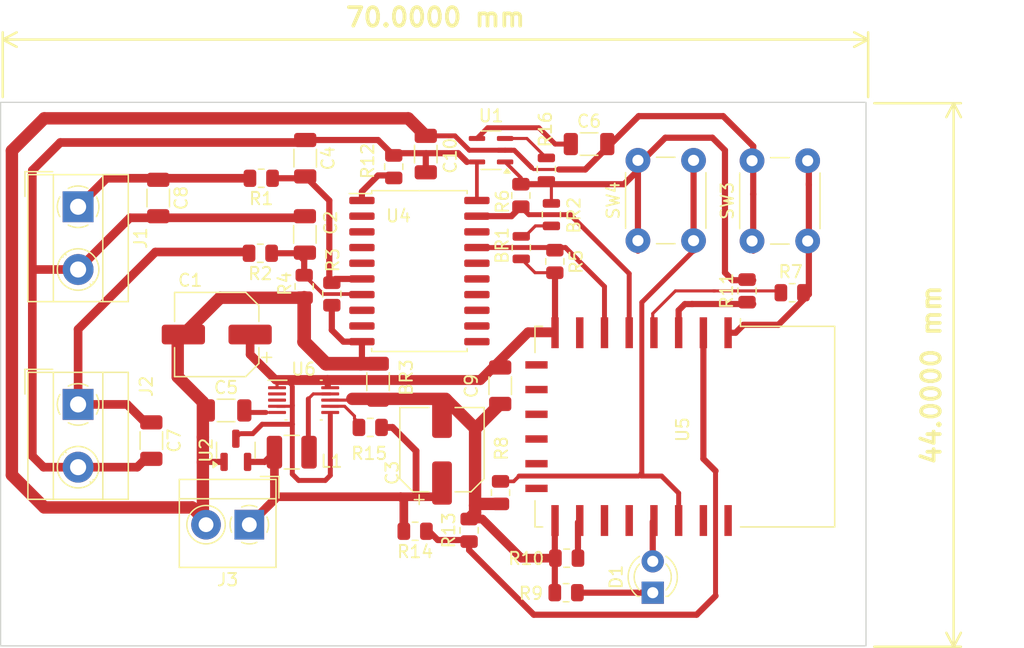
<source format=kicad_pcb>
(kicad_pcb (version 20240108) (generator "pcbnew") (generator_version "8.0")
  (layers (0 "F.Cu" signal) (31 "B.Cu" signal) (34 "B.Paste" user) (35 "F.Paste" user) (36 "B.SilkS" user "B.Silkscreen") (37 "F.SilkS" user "F.Silkscreen") (38 "B.Mask" user) (39 "F.Mask" user) (44 "Edge.Cuts" user))
  (net 0 "")
  (net 1 "+3.3V")
  (net 2 "GND")
  (net 3 "Net-(U4-PD3)")
  (net 4 "Net-(J3-Pin_1)")
  (net 5 "Net-(U4-PD2)")
  (net 6 "Net-(D1-K)")
  (net 7 "Net-(D1-A)")
  (net 8 "Net-(J1-Pin_1)")
  (net 9 "Net-(J2-Pin_1)")
  (net 10 "Net-(U4-PB5)")
  (net 11 "Net-(U4-PB7)")
  (net 12 "Net-(U5-GPIO16)")
  (net 13 "Net-(U5-GPIO5)")
  (net 14 "Net-(U5-GPIO15)")
  (net 15 "Net-(U5-EN)")
  (net 16 "Net-(U4-PA2{slash}~{RESET})")
  (net 17 "Net-(U5-ADC)")
  (net 39 "Net-(U6-REF)")
  (net 41 "Net-(U6-LX)")
  (net 42 "Net-(U6-BATT)")
  (net 43 "Net-(U5-~{RST})")
  (net 45 "Net-(U1-BYP)")
  (net 46 "Net-(J1-Pin_2)")
  (net 47 "Net-(U1-INH)")
  (footprint "Button_Switch_THT:SW_PUSH_6mm" (layer "F.Cu") (at 201.5744 78.9662 90)
    (property "Reference" "SW3" (at 3.25 -2 90) (layer "F.SilkS"))
    (property "Value" "RESET / WAKEUP")
    (pad "1" thru_hole circle (at 0 0 180) (size 2 2) (drill 0.9) (layers "*.Cu" "*.Mask") (net 2 "GND"))
    (pad "1" thru_hole circle (at 6.5 0 180) (size 2 2) (drill 0.9) (layers "*.Cu" "*.Mask") (net 2 "GND"))
    (pad "2" thru_hole circle (at 0 4.5 180) (size 2 2) (drill 0.9) (layers "*.Cu" "*.Mask") (net 43 "Net-(U5-~{RST})"))
    (pad "2" thru_hole circle (at 6.5 4.5 180) (size 2 2) (drill 0.9) (layers "*.Cu" "*.Mask") (net 43 "Net-(U5-~{RST})"))
  )
  (footprint "Resistor_SMD:R_0805_2012Metric" (layer "F.Cu") (at 167.5837 83.2538 -90)
    (property "Reference" "R3" (at -2.7358 -0.0817 90) (layer "F.SilkS"))
    (property "Value" "10k")
    (pad "1" smd roundrect (at -0.9125 0 270) (size 1.025 1.4) (layers "F.Cu" "F.Paste" "F.Mask") (roundrect_rratio 0.243902) (net 5 "Net-(U4-PD2)"))
    (pad "2" smd roundrect (at 0.9125 0 270) (size 1.025 1.4) (layers "F.Cu" "F.Paste" "F.Mask") (roundrect_rratio 0.243902) (net 2 "GND"))
  )
  (footprint "Resistor_SMD:R_1206_3216Metric" (layer "F.Cu") (at 171.323 90.3625 -90)
    (property "Reference" "BR3" (at -0.3449 -2.286 90) (layer "F.SilkS"))
    (property "Value" "R_1206_3216Metric")
    (pad "1" smd roundrect (at -1.4625 0 270) (size 1.125 1.75) (layers "F.Cu" "F.Paste" "F.Mask") (roundrect_rratio 0.222222) (net 2 "GND"))
    (pad "2" smd roundrect (at 1.4625 0 270) (size 1.125 1.75) (layers "F.Cu" "F.Paste" "F.Mask") (roundrect_rratio 0.222222) (net 2 "GND"))
  )
  (footprint "Resistor_SMD:R_0805_2012Metric" (layer "F.Cu") (at 161.8742 73.8886 180)
    (property "Reference" "R1" (at 0 -1.65 0) (layer "F.SilkS"))
    (property "Value" "4.7к")
    (pad "1" smd roundrect (at -0.9125 0 180) (size 1.025 1.4) (layers "F.Cu" "F.Paste" "F.Mask") (roundrect_rratio 0.243902) (net 5 "Net-(U4-PD2)"))
    (pad "2" smd roundrect (at 0.9125 0 180) (size 1.025 1.4) (layers "F.Cu" "F.Paste" "F.Mask") (roundrect_rratio 0.243902) (net 8 "Net-(J1-Pin_1)"))
  )
  (footprint "TerminalBlock_4Ucon:TerminalBlock_4Ucon_1x02_P3.50mm_Horizontal" (layer "F.Cu") (at 160.909 101.9302 180)
    (property "Reference" "J3" (at 1.75 -4.46 0) (layer "F.SilkS"))
    (property "Value" "Power")
    (pad "1" thru_hole rect (at 0 0 180) (size 2.4 2.4) (drill 1.2) (layers "*.Cu" "*.Mask") (net 4 "Net-(J3-Pin_1)"))
    (pad "2" thru_hole circle (at 3.5 0 180) (size 2.4 2.4) (drill 1.2) (layers "*.Cu" "*.Mask") (net 2 "GND"))
  )
  (footprint "Resistor_SMD:R_0805_2012Metric" (layer "F.Cu") (at 178.689 102.3874 90)
    (property "Reference" "R13" (at 0 -1.65 90) (layer "F.SilkS"))
    (property "Value" "100k")
    (pad "1" smd roundrect (at -0.9125 0 90) (size 1.025 1.4) (layers "F.Cu" "F.Paste" "F.Mask") (roundrect_rratio 0.243902) (net 17 "Net-(U5-ADC)"))
    (pad "2" smd roundrect (at 0.9125 0 90) (size 1.025 1.4) (layers "F.Cu" "F.Paste" "F.Mask") (roundrect_rratio 0.243902) (net 2 "GND"))
  )
  (footprint "LED_THT:LED_D3.0mm_IRGrey" (layer "F.Cu") (at 193.5425 107.4365 90)
    (property "Reference" "D1" (at 1.27 -2.96 90) (layer "F.SilkS"))
    (property "Value" "LED")
    (pad "1" thru_hole rect (at 0 0 90) (size 1.8 1.8) (drill 0.9) (layers "*.Cu" "*.Mask") (net 6 "Net-(D1-K)"))
    (pad "2" thru_hole circle (at 2.54 0 90) (size 1.8 1.8) (drill 0.9) (layers "*.Cu" "*.Mask") (net 7 "Net-(D1-A)"))
  )
  (footprint "Resistor_SMD:R_0805_2012Metric" (layer "F.Cu") (at 181.229 99.3375 -90)
    (property "Reference" "R8" (at -3.5795 -0.0762 90) (layer "F.SilkS"))
    (property "Value" "10k")
    (pad "1" smd roundrect (at -0.9125 0 270) (size 1.025 1.4) (layers "F.Cu" "F.Paste" "F.Mask") (roundrect_rratio 0.243902) (net 13 "Net-(U5-GPIO5)"))
    (pad "2" smd roundrect (at 0.9125 0 270) (size 1.025 1.4) (layers "F.Cu" "F.Paste" "F.Mask") (roundrect_rratio 0.243902) (net 2 "GND"))
  )
  (footprint "Capacitor_SMD:C_1206_3216Metric" (layer "F.Cu") (at 152.9842 95.1248 -90)
    (property "Reference" "C7" (at 0 -1.85 90) (layer "F.SilkS"))
    (property "Value" "10n")
    (pad "1" smd roundrect (at -1.475 0 270) (size 1.15 1.8) (layers "F.Cu" "F.Paste" "F.Mask") (roundrect_rratio 0.217391) (net 9 "Net-(J2-Pin_1)"))
    (pad "2" smd roundrect (at 1.475 0 270) (size 1.15 1.8) (layers "F.Cu" "F.Paste" "F.Mask") (roundrect_rratio 0.217391) (net 46 "Net-(J1-Pin_2)"))
  )
  (footprint "Resistor_SMD:R_0805_2012Metric" (layer "F.Cu") (at 182.8745 75.282 -90)
    (property "Reference" "R6" (at 0.4862 1.4931 90) (layer "F.SilkS"))
    (property "Value" "10k")
    (pad "1" smd roundrect (at -0.9125 0 270) (size 1.025 1.4) (layers "F.Cu" "F.Paste" "F.Mask") (roundrect_rratio 0.243902) (net 1 "+3.3V"))
    (pad "2" smd roundrect (at 0.9125 0 270) (size 1.025 1.4) (layers "F.Cu" "F.Paste" "F.Mask") (roundrect_rratio 0.243902) (net 11 "Net-(U4-PB7)"))
  )
  (footprint "Resistor_SMD:R_0805_2012Metric" (layer "F.Cu") (at 170.6899 94.0562 180)
    (property "Reference" "R15" (at 0.0781 -2.1082 0) (layer "F.SilkS"))
    (property "Value" "200")
    (pad "1" smd roundrect (at -0.9125 0 180) (size 1.025 1.4) (layers "F.Cu" "F.Paste" "F.Mask") (roundrect_rratio 0.243902) (net 4 "Net-(J3-Pin_1)"))
    (pad "2" smd roundrect (at 0.9125 0 180) (size 1.025 1.4) (layers "F.Cu" "F.Paste" "F.Mask") (roundrect_rratio 0.243902) (net 42 "Net-(U6-BATT)"))
  )
  (footprint "Resistor_SMD:R_0805_2012Metric" (layer "F.Cu") (at 182.9054 79.5039 -90)
    (property "Reference" "BR1" (at -0.1797 1.5494 90) (layer "F.SilkS"))
    (property "Value" "R_0805_2012Metric")
    (pad "1" smd roundrect (at -0.9125 0 270) (size 0.7 1.4) (layers "F.Cu" "F.Paste" "F.Mask") (roundrect_rratio 0.243902) (net 1 "+3.3V"))
    (pad "2" smd roundrect (at 0.9125 0 270) (size 0.7 1.4) (layers "F.Cu" "F.Paste" "F.Mask") (roundrect_rratio 0.243902) (net 1 "+3.3V"))
  )
  (footprint "Resistor_SMD:R_0805_2012Metric" (layer "F.Cu") (at 184.9374 73.1539 -90)
    (property "Reference" "R16" (at -3.2277 0.0762 90) (layer "F.SilkS"))
    (property "Value" "10")
    (pad "1" smd roundrect (at -0.9125 0 270) (size 0.7 1.4) (layers "F.Cu" "F.Paste" "F.Mask") (roundrect_rratio 0.243902) (net 47 "Net-(U1-INH)"))
    (pad "2" smd roundrect (at 0.9125 0 270) (size 0.7 1.4) (layers "F.Cu" "F.Paste" "F.Mask") (roundrect_rratio 0.243902) (net 1 "+3.3V"))
  )
  (footprint "TerminalBlock_MetzConnect:TerminalBlock_MetzConnect_Type101_RT01602HBWC_1x02_P5.08mm_Horizontal" (layer "F.Cu") (at 147.0605 92.1965 -90)
    (property "Reference" "J2" (at -1.4677 -5.5173 -90) (layer "F.SilkS"))
    (property "Value" "Counter2")
    (pad "1" thru_hole rect (at 0 0 270) (size 2.5 2.5) (drill 1.3) (layers "*.Cu" "*.Mask") (net 9 "Net-(J2-Pin_1)"))
    (pad "2" thru_hole circle (at 5.08 0 270) (size 2.5 2.5) (drill 1.3) (layers "*.Cu" "*.Mask") (net 46 "Net-(J1-Pin_2)"))
  )
  (footprint "RF_Module:ESP-12E" (layer "F.Cu") (at 196.1385 93.9945 -90)
    (property "Reference" "U5" (at 0.2395 0.1775 90) (layer "F.SilkS"))
    (property "Value" "ESP-12E")
    (pad "1" smd rect (at -7.6 -3.5 270) (size 2.5 0.6) (layers "F.Cu" "F.Paste" "F.Mask") (net 43 "Net-(U5-~{RST})"))
    (pad "2" smd rect (at -7.6 -1.5 270) (size 2.5 0.6) (layers "F.Cu" "F.Paste" "F.Mask") (net 17 "Net-(U5-ADC)"))
    (pad "3" smd rect (at -7.6 0.5 270) (size 2.5 0.6) (layers "F.Cu" "F.Paste" "F.Mask") (net 15 "Net-(U5-EN)"))
    (pad "4" smd rect (at -7.6 2.5 270) (size 2.5 0.6) (layers "F.Cu" "F.Paste" "F.Mask") (net 12 "Net-(U5-GPIO16)"))
    (pad "5" smd rect (at -7.6 4.5 270) (size 2.5 0.6) (layers "F.Cu" "F.Paste" "F.Mask") (net 11 "Net-(U4-PB7)"))
    (pad "6" smd rect (at -7.6 6.5 270) (size 2.5 0.6) (layers "F.Cu" "F.Paste" "F.Mask") (net 10 "Net-(U4-PB5)"))
    (pad "7" smd rect (at -7.6 8.5 270) (size 2.5 0.6) (layers "F.Cu" "F.Paste" "F.Mask"))
    (pad "8" smd rect (at -7.6 10.5 270) (size 2.5 0.6) (layers "F.Cu" "F.Paste" "F.Mask") (net 1 "+3.3V"))
    (pad "9" smd rect (at -5 12 270) (size 0.6 1.8) (layers "F.Cu" "F.Paste" "F.Mask"))
    (pad "10" smd rect (at -3 12 270) (size 0.6 1.8) (layers "F.Cu" "F.Paste" "F.Mask"))
    (pad "11" smd rect (at -1 12 270) (size 0.6 1.8) (layers "F.Cu" "F.Paste" "F.Mask"))
    (pad "12" smd rect (at 1 12 270) (size 0.6 1.8) (layers "F.Cu" "F.Paste" "F.Mask"))
    (pad "13" smd rect (at 3 12 270) (size 0.6 1.8) (layers "F.Cu" "F.Paste" "F.Mask"))
    (pad "14" smd rect (at 5 12 270) (size 0.6 1.8) (layers "F.Cu" "F.Paste" "F.Mask"))
    (pad "15" smd rect (at 7.6 10.5 270) (size 2.5 0.6) (layers "F.Cu" "F.Paste" "F.Mask") (net 2 "GND"))
    (pad "16" smd rect (at 7.6 8.5 270) (size 2.5 0.6) (layers "F.Cu" "F.Paste" "F.Mask") (net 14 "Net-(U5-GPIO15)"))
    (pad "17" smd rect (at 7.6 6.5 270) (size 2.5 0.6) (layers "F.Cu" "F.Paste" "F.Mask"))
    (pad "18" smd rect (at 7.6 4.5 270) (size 2.5 0.6) (layers "F.Cu" "F.Paste" "F.Mask"))
    (pad "19" smd rect (at 7.6 2.5 270) (size 2.5 0.6) (layers "F.Cu" "F.Paste" "F.Mask") (net 7 "Net-(D1-A)"))
    (pad "20" smd rect (at 7.6 0.5 270) (size 2.5 0.6) (layers "F.Cu" "F.Paste" "F.Mask") (net 13 "Net-(U5-GPIO5)"))
    (pad "21" smd rect (at 7.6 -1.5 270) (size 2.5 0.6) (layers "F.Cu" "F.Paste" "F.Mask"))
    (pad "22" smd rect (at 7.6 -3.5 270) (size 2.5 0.6) (layers "F.Cu" "F.Paste" "F.Mask"))
  )
  (footprint "Resistor_SMD:R_0805_2012Metric" (layer "F.Cu") (at 186.581 104.6425 180)
    (property "Reference" "R10" (at 3.2692 -0.0309 0) (layer "F.SilkS"))
    (property "Value" "1k")
    (pad "1" smd roundrect (at -0.9125 0 180) (size 1.025 1.4) (layers "F.Cu" "F.Paste" "F.Mask") (roundrect_rratio 0.243902) (net 14 "Net-(U5-GPIO15)"))
    (pad "2" smd roundrect (at 0.9125 0 180) (size 1.025 1.4) (layers "F.Cu" "F.Paste" "F.Mask") (roundrect_rratio 0.243902) (net 2 "GND"))
  )
  (footprint "Inductor_SMD:L_1210_3225Metric" (layer "F.Cu") (at 164.341 96.0628)
    (property "Reference" "L1" (at 3.2228 0.7366 0) (layer "F.SilkS"))
    (property "Value" "22uH")
    (pad "1" smd roundrect (at -1.4 0) (size 1.25 2.65) (layers "F.Cu" "F.Paste" "F.Mask") (roundrect_rratio 0.2) (net 4 "Net-(J3-Pin_1)"))
    (pad "2" smd roundrect (at 1.4 0) (size 1.25 2.65) (layers "F.Cu" "F.Paste" "F.Mask") (roundrect_rratio 0.2) (net 41 "Net-(U6-LX)"))
  )
  (footprint "Resistor_SMD:R_0805_2012Metric" (layer "F.Cu") (at 161.7999 79.9592 180)
    (property "Reference" "R2" (at 0 -1.65 0) (layer "F.SilkS"))
    (property "Value" "4.7к")
    (pad "1" smd roundrect (at -0.9125 0 180) (size 1.025 1.4) (layers "F.Cu" "F.Paste" "F.Mask") (roundrect_rratio 0.243902) (net 3 "Net-(U4-PD3)"))
    (pad "2" smd roundrect (at 0.9125 0 180) (size 1.025 1.4) (layers "F.Cu" "F.Paste" "F.Mask") (roundrect_rratio 0.243902) (net 9 "Net-(J2-Pin_1)"))
  )
  (footprint "Resistor_SMD:R_0805_2012Metric" (layer "F.Cu") (at 172.593 72.9507 -90)
    (property "Reference" "R12" (at -0.4591 2.1082 90) (layer "F.SilkS"))
    (property "Value" "10k")
    (pad "1" smd roundrect (at -0.9125 0 270) (size 1.025 1.4) (layers "F.Cu" "F.Paste" "F.Mask") (roundrect_rratio 0.243902) (net 46 "Net-(J1-Pin_2)"))
    (pad "2" smd roundrect (at 0.9125 0 270) (size 1.025 1.4) (layers "F.Cu" "F.Paste" "F.Mask") (roundrect_rratio 0.243902) (net 16 "Net-(U4-PA2{slash}~{RESET})"))
  )
  (footprint "Resistor_SMD:R_0805_2012Metric" (layer "F.Cu") (at 185.6232 80.6215 90)
    (property "Reference" "R5" (at -0.0235 1.7272 90) (layer "F.SilkS"))
    (property "Value" "10k")
    (pad "1" smd roundrect (at -0.9125 0 90) (size 1.025 1.4) (layers "F.Cu" "F.Paste" "F.Mask") (roundrect_rratio 0.243902) (net 1 "+3.3V"))
    (pad "2" smd roundrect (at 0.9125 0 90) (size 1.025 1.4) (layers "F.Cu" "F.Paste" "F.Mask") (roundrect_rratio 0.243902) (net 10 "Net-(U4-PB5)"))
  )
  (footprint "Resistor_SMD:R_0805_2012Metric" (layer "F.Cu") (at 165.3485 82.648 -90)
    (property "Reference" "R4" (at -0.225 1.5693 90) (layer "F.SilkS"))
    (property "Value" "10k")
    (pad "1" smd roundrect (at -0.9125 0 270) (size 1.025 1.4) (layers "F.Cu" "F.Paste" "F.Mask") (roundrect_rratio 0.243902) (net 3 "Net-(U4-PD3)"))
    (pad "2" smd roundrect (at 0.9125 0 270) (size 1.025 1.4) (layers "F.Cu" "F.Paste" "F.Mask") (roundrect_rratio 0.243902) (net 2 "GND"))
  )
  (footprint "Capacitor_SMD:C_1206_3216Metric" (layer "F.Cu") (at 165.4302 72.2648 -90)
    (property "Reference" "C4" (at 0 -1.85 -90) (layer "F.SilkS"))
    (property "Value" "100n")
    (pad "1" smd roundrect (at -1.475 0 270) (size 1.15 1.8) (layers "F.Cu" "F.Paste" "F.Mask") (roundrect_rratio 0.217391) (net 46 "Net-(J1-Pin_2)"))
    (pad "2" smd roundrect (at 1.475 0 270) (size 1.15 1.8) (layers "F.Cu" "F.Paste" "F.Mask") (roundrect_rratio 0.217391) (net 5 "Net-(U4-PD2)"))
  )
  (footprint "Package_TO_SOT_SMD:SOT-23-5" (layer "F.Cu") (at 180.4615 71.6178 180)
    (property "Reference" "U1" (at -0.0055 2.7838 0) (layer "F.SilkS"))
    (property "Value" "LP2985-18DBVR_SOT23")
    (pad "1" smd roundrect (at -1.1375 -0.95 180) (size 1.325 0.4) (layers "F.Cu" "F.Paste" "F.Mask") (net 1 "+3.3V"))
    (pad "2" smd roundrect (at -1.1375 0 180) (size 1.325 0.4) (layers "F.Cu" "F.Paste" "F.Mask") (net 2 "GND"))
    (pad "3" smd roundrect (at -1.1375 0.95 180) (size 1.325 0.4) (layers "F.Cu" "F.Paste" "F.Mask") (net 47 "Net-(U1-INH)"))
    (pad "4" smd roundrect (at 1.1375 0.95 180) (size 1.325 0.4) (layers "F.Cu" "F.Paste" "F.Mask") (net 45 "Net-(U1-BYP)"))
    (pad "5" smd roundrect (at 1.1375 -0.95 180) (size 1.325 0.4) (layers "F.Cu" "F.Paste" "F.Mask") (net 46 "Net-(J1-Pin_2)"))
  )
  (footprint "Button_Switch_THT:SW_PUSH_6mm" (layer "F.Cu") (at 192.3445 78.9365 90)
    (property "Reference" "SW4" (at 3.25 -2 90) (layer "F.SilkS"))
    (property "Value" "CONFIG MODE")
    (pad "1" thru_hole circle (at 0 0 180) (size 2 2) (drill 0.9) (layers "*.Cu" "*.Mask") (net 1 "+3.3V"))
    (pad "1" thru_hole circle (at 6.5 0 180) (size 2 2) (drill 0.9) (layers "*.Cu" "*.Mask") (net 1 "+3.3V"))
    (pad "2" thru_hole circle (at 0 4.5 180) (size 2 2) (drill 0.9) (layers "*.Cu" "*.Mask") (net 13 "Net-(U5-GPIO5)"))
    (pad "2" thru_hole circle (at 6.5 4.5 180) (size 2 2) (drill 0.9) (layers "*.Cu" "*.Mask") (net 13 "Net-(U5-GPIO5)"))
  )
  (footprint "Capacitor_SMD:C_1206_3216Metric" (layer "F.Cu") (at 181.2036 90.6798 -90)
    (property "Reference" "C9" (at 0.0236 2.3368 90) (layer "F.SilkS"))
    (property "Value" "100n")
    (pad "1" smd roundrect (at -1.475 0 270) (size 1.15 1.8) (layers "F.Cu" "F.Paste" "F.Mask") (roundrect_rratio 0.217391) (net 1 "+3.3V"))
    (pad "2" smd roundrect (at 1.475 0 270) (size 1.15 1.8) (layers "F.Cu" "F.Paste" "F.Mask") (roundrect_rratio 0.217391) (net 2 "GND"))
  )
  (footprint "Capacitor_SMD:CP_Elec_6.3x5.8" (layer "F.Cu") (at 158.275 86.5378 180)
    (property "Reference" "C1" (at 2.1459 4.3887 0) (layer "F.SilkS"))
    (property "Value" "100uF")
    (pad "1" smd roundrect (at -2.7 0 180) (size 3.5 1.6) (layers "F.Cu" "F.Paste" "F.Mask") (roundrect_rratio 0.15625) (net 1 "+3.3V"))
    (pad "2" smd roundrect (at 2.7 0 180) (size 3.5 1.6) (layers "F.Cu" "F.Paste" "F.Mask") (roundrect_rratio 0.15625) (net 2 "GND"))
  )
  (footprint "Resistor_SMD:R_0805_2012Metric" (layer "F.Cu") (at 185.3438 76.8331 -90)
    (property "Reference" "BR2" (at 0.0527 -1.8288 90) (layer "F.SilkS"))
    (property "Value" "R_0805_2012Metric")
    (pad "1" smd roundrect (at -0.9125 0 270) (size 0.7 1.4) (layers "F.Cu" "F.Paste" "F.Mask") (roundrect_rratio 0.243902) (net 1 "+3.3V"))
    (pad "2" smd roundrect (at 0.9125 0 270) (size 0.7 1.4) (layers "F.Cu" "F.Paste" "F.Mask") (roundrect_rratio 0.243902) (net 1 "+3.3V"))
  )
  (footprint "Capacitor_SMD:C_1206_3216Metric" (layer "F.Cu") (at 159.0294 92.6846)
    (property "Reference" "C5" (at 0 -1.85 0) (layer "F.SilkS"))
    (property "Value" "100n")
    (pad "1" smd roundrect (at -1.475 0) (size 1.15 1.8) (layers "F.Cu" "F.Paste" "F.Mask") (roundrect_rratio 0.217391) (net 2 "GND"))
    (pad "2" smd roundrect (at 1.475 0) (size 1.15 1.8) (layers "F.Cu" "F.Paste" "F.Mask") (roundrect_rratio 0.217391) (net 39 "Net-(U6-REF)"))
  )
  (footprint "Resistor_SMD:R_0805_2012Metric" (layer "F.Cu") (at 201.168 83.0053 90)
    (property "Reference" "R11" (at 0 -1.65 90) (layer "F.SilkS"))
    (property "Value" "1k")
    (pad "1" smd roundrect (at -0.9125 0 90) (size 1.025 1.4) (layers "F.Cu" "F.Paste" "F.Mask") (roundrect_rratio 0.243902) (net 15 "Net-(U5-EN)"))
    (pad "2" smd roundrect (at 0.9125 0 90) (size 1.025 1.4) (layers "F.Cu" "F.Paste" "F.Mask") (roundrect_rratio 0.243902) (net 1 "+3.3V"))
  )
  (footprint "Capacitor_SMD:C_1206_3216Metric" (layer "F.Cu") (at 165.4048 78.4352 -90)
    (property "Reference" "C2" (at -0.9398 -2.0828 -90) (layer "F.SilkS"))
    (property "Value" "100n")
    (pad "1" smd roundrect (at -1.475 0 270) (size 1.15 1.8) (layers "F.Cu" "F.Paste" "F.Mask") (roundrect_rratio 0.217391) (net 46 "Net-(J1-Pin_2)"))
    (pad "2" smd roundrect (at 1.475 0 270) (size 1.15 1.8) (layers "F.Cu" "F.Paste" "F.Mask") (roundrect_rratio 0.217391) (net 3 "Net-(U4-PD3)"))
  )
  (footprint "Resistor_SMD:R_0805_2012Metric" (layer "F.Cu") (at 186.534 107.4365 180)
    (property "Reference" "R9" (at 2.8412 -0.0563 0) (layer "F.SilkS"))
    (property "Value" "470")
    (pad "1" smd roundrect (at -0.9125 0 180) (size 1.025 1.4) (layers "F.Cu" "F.Paste" "F.Mask") (roundrect_rratio 0.243902) (net 6 "Net-(D1-K)"))
    (pad "2" smd roundrect (at 0.9125 0 180) (size 1.025 1.4) (layers "F.Cu" "F.Paste" "F.Mask") (roundrect_rratio 0.243902) (net 2 "GND"))
  )
  (footprint "Package_TO_SOT_SMD:SOT-23" (layer "F.Cu") (at 159.8191 95.9104 90)
    (property "Reference" "U2" (at 0 -2.4 90) (layer "F.SilkS"))
    (property "Value" "HT7333")
    (pad "1" smd roundrect (at -0.9375 -0.95 90) (size 1.475 0.6) (layers "F.Cu" "F.Paste" "F.Mask") (net 2 "GND"))
    (pad "2" smd roundrect (at -0.9375 0.95 90) (size 1.475 0.6) (layers "F.Cu" "F.Paste" "F.Mask") (net 4 "Net-(J3-Pin_1)"))
    (pad "3" smd roundrect (at 0.9375 0 90) (size 1.475 0.6) (layers "F.Cu" "F.Paste" "F.Mask") (net 1 "+3.3V"))
  )
  (footprint "Capacitor_SMD:C_1206_3216Metric" (layer "F.Cu") (at 153.543 75.487 -90)
    (property "Reference" "C8" (at 0 -1.85 90) (layer "F.SilkS"))
    (property "Value" "10n")
    (pad "1" smd roundrect (at -1.475 0 270) (size 1.15 1.8) (layers "F.Cu" "F.Paste" "F.Mask") (roundrect_rratio 0.217391) (net 8 "Net-(J1-Pin_1)"))
    (pad "2" smd roundrect (at 1.475 0 270) (size 1.15 1.8) (layers "F.Cu" "F.Paste" "F.Mask") (roundrect_rratio 0.217391) (net 46 "Net-(J1-Pin_2)"))
  )
  (footprint "Capacitor_SMD:CP_Elec_6.3x5.8" (layer "F.Cu") (at 176.497 95.8596 90)
    (property "Reference" "C3" (at -1.8796 -4.031 90) (layer "F.SilkS"))
    (property "Value" "100uF")
    (pad "1" smd roundrect (at -2.7 0 90) (size 3.5 1.6) (layers "F.Cu" "F.Paste" "F.Mask") (roundrect_rratio 0.15625) (net 4 "Net-(J3-Pin_1)"))
    (pad "2" smd roundrect (at 2.7 0 90) (size 3.5 1.6) (layers "F.Cu" "F.Paste" "F.Mask") (roundrect_rratio 0.15625) (net 2 "GND"))
  )
  (footprint "Capacitor_SMD:C_1206_3216Metric" (layer "F.Cu") (at 188.39 71.12)
    (property "Reference" "C6" (at 0 -1.85 0) (layer "F.SilkS"))
    (property "Value" "10n")
    (pad "1" smd roundrect (at -1.475 0) (size 1.15 1.8) (layers "F.Cu" "F.Paste" "F.Mask") (roundrect_rratio 0.217391) (net 45 "Net-(U1-BYP)"))
    (pad "2" smd roundrect (at 1.475 0) (size 1.15 1.8) (layers "F.Cu" "F.Paste" "F.Mask") (roundrect_rratio 0.217391) (net 2 "GND"))
  )
  (footprint "Package_SO:SOIC-20W_7.5x12.8mm_P1.27mm" (layer "F.Cu") (at 174.6685 81.4015)
    (property "Reference" "U4" (at -1.6945 -4.4649 0) (layer "F.SilkS"))
    (property "Value" "ATtiny2313A-S")
    (pad "1" smd roundrect (at -4.65 -5.715) (size 2.05 0.6) (layers "F.Cu" "F.Paste" "F.Mask") (net 16 "Net-(U4-PA2{slash}~{RESET})"))
    (pad "2" smd roundrect (at -4.65 -4.445) (size 2.05 0.6) (layers "F.Cu" "F.Paste" "F.Mask"))
    (pad "3" smd roundrect (at -4.65 -3.175) (size 2.05 0.6) (layers "F.Cu" "F.Paste" "F.Mask"))
    (pad "4" smd roundrect (at -4.65 -1.905) (size 2.05 0.6) (layers "F.Cu" "F.Paste" "F.Mask"))
    (pad "5" smd roundrect (at -4.65 -0.635) (size 2.05 0.6) (layers "F.Cu" "F.Paste" "F.Mask"))
    (pad "6" smd roundrect (at -4.65 0.635) (size 2.05 0.6) (layers "F.Cu" "F.Paste" "F.Mask") (net 5 "Net-(U4-PD2)"))
    (pad "7" smd roundrect (at -4.65 1.905) (size 2.05 0.6) (layers "F.Cu" "F.Paste" "F.Mask") (net 3 "Net-(U4-PD3)"))
    (pad "8" smd roundrect (at -4.65 3.175) (size 2.05 0.6) (layers "F.Cu" "F.Paste" "F.Mask"))
    (pad "9" smd roundrect (at -4.65 4.445) (size 2.05 0.6) (layers "F.Cu" "F.Paste" "F.Mask"))
    (pad "10" smd roundrect (at -4.65 5.715) (size 2.05 0.6) (layers "F.Cu" "F.Paste" "F.Mask") (net 2 "GND"))
    (pad "11" smd roundrect (at 4.65 5.715) (size 2.05 0.6) (layers "F.Cu" "F.Paste" "F.Mask"))
    (pad "12" smd roundrect (at 4.65 4.445) (size 2.05 0.6) (layers "F.Cu" "F.Paste" "F.Mask"))
    (pad "13" smd roundrect (at 4.65 3.175) (size 2.05 0.6) (layers "F.Cu" "F.Paste" "F.Mask"))
    (pad "14" smd roundrect (at 4.65 1.905) (size 2.05 0.6) (layers "F.Cu" "F.Paste" "F.Mask"))
    (pad "15" smd roundrect (at 4.65 0.635) (size 2.05 0.6) (layers "F.Cu" "F.Paste" "F.Mask"))
    (pad "16" smd roundrect (at 4.65 -0.635) (size 2.05 0.6) (layers "F.Cu" "F.Paste" "F.Mask"))
    (pad "17" smd roundrect (at 4.65 -1.905) (size 2.05 0.6) (layers "F.Cu" "F.Paste" "F.Mask") (net 10 "Net-(U4-PB5)"))
    (pad "18" smd roundrect (at 4.65 -3.175) (size 2.05 0.6) (layers "F.Cu" "F.Paste" "F.Mask"))
    (pad "19" smd roundrect (at 4.65 -4.445) (size 2.05 0.6) (layers "F.Cu" "F.Paste" "F.Mask") (net 11 "Net-(U4-PB7)"))
    (pad "20" smd roundrect (at 4.65 -5.715) (size 2.05 0.6) (layers "F.Cu" "F.Paste" "F.Mask") (net 46 "Net-(J1-Pin_2)"))
  )
  (footprint "Package_SO:MSOP-10-1EP_3x3mm_P0.5mm_EP2.2x3.1mm_Mask1.83x1.89mm_ThermalVias" (layer "F.Cu") (at 165.3032 91.8464)
    (property "Reference" "U6" (at 0 -2.5 0) (layer "F.SilkS"))
    (property "Value" "MAX1676")
    (pad "1" smd roundrect (at -2.15 -1) (size 1.45 0.25) (layers "F.Cu" "F.Paste" "F.Mask") (net 1 "+3.3V"))
    (pad "2" smd roundrect (at -2.15 -0.5) (size 1.45 0.25) (layers "F.Cu" "F.Paste" "F.Mask"))
    (pad "3" smd roundrect (at -2.15 0) (size 1.45 0.25) (layers "F.Cu" "F.Paste" "F.Mask"))
    (pad "4" smd roundrect (at -2.15 0.5) (size 1.45 0.25) (layers "F.Cu" "F.Paste" "F.Mask") (net 1 "+3.3V"))
    (pad "5" smd roundrect (at -2.15 1) (size 1.45 0.25) (layers "F.Cu" "F.Paste" "F.Mask") (net 39 "Net-(U6-REF)"))
    (pad "6" smd roundrect (at 2.15 1) (size 1.45 0.25) (layers "F.Cu" "F.Paste" "F.Mask") (net 1 "+3.3V"))
    (pad "7" smd roundrect (at 2.15 0.5) (size 1.45 0.25) (layers "F.Cu" "F.Paste" "F.Mask") (net 42 "Net-(U6-BATT)"))
    (pad "8" smd roundrect (at 2.15 0) (size 1.45 0.25) (layers "F.Cu" "F.Paste" "F.Mask") (net 2 "GND"))
    (pad "9" smd roundrect (at 2.15 -0.5) (size 1.45 0.25) (layers "F.Cu" "F.Paste" "F.Mask") (net 41 "Net-(U6-LX)"))
    (pad "10" smd roundrect (at 2.15 -1) (size 1.45 0.25) (layers "F.Cu" "F.Paste" "F.Mask") (net 1 "+3.3V"))
  )
  (footprint "Resistor_SMD:R_0805_2012Metric" (layer "F.Cu") (at 174.3221 102.4636 180)
    (property "Reference" "R14" (at 0 -1.65 0) (layer "F.SilkS"))
    (property "Value" "30k")
    (pad "1" smd roundrect (at -0.9125 0 180) (size 1.025 1.4) (layers "F.Cu" "F.Paste" "F.Mask") (roundrect_rratio 0.243902) (net 17 "Net-(U5-ADC)"))
    (pad "2" smd roundrect (at 0.9125 0 180) (size 1.025 1.4) (layers "F.Cu" "F.Paste" "F.Mask") (roundrect_rratio 0.243902) (net 4 "Net-(J3-Pin_1)"))
  )
  (footprint "TerminalBlock_MetzConnect:TerminalBlock_MetzConnect_Type101_RT01602HBWC_1x02_P5.08mm_Horizontal" (layer "F.Cu") (at 147.0605 76.1945 -90)
    (property "Reference" "J1" (at 2.54 -5.06 90) (layer "F.SilkS"))
    (property "Value" "Couter1")
    (pad "1" thru_hole rect (at 0 0 270) (size 2.5 2.5) (drill 1.3) (layers "*.Cu" "*.Mask") (net 8 "Net-(J1-Pin_1)"))
    (pad "2" thru_hole circle (at 5.08 0 270) (size 2.5 2.5) (drill 1.3) (layers "*.Cu" "*.Mask") (net 46 "Net-(J1-Pin_2)"))
  )
  (footprint "Capacitor_SMD:C_1206_3216Metric" (layer "F.Cu") (at 175.1838 71.931 90)
    (property "Reference" "C10" (at -0.1288 1.9812 90) (layer "F.SilkS"))
    (property "Value" "10uF")
    (pad "1" smd roundrect (at -1.475 0 90) (size 1.15 1.8) (layers "F.Cu" "F.Paste" "F.Mask") (roundrect_rratio 0.217391) (net 46 "Net-(J1-Pin_2)"))
    (pad "2" smd roundrect (at 1.475 0 90) (size 1.15 1.8) (layers "F.Cu" "F.Paste" "F.Mask") (roundrect_rratio 0.217391) (net 2 "GND"))
  )
  (footprint "Resistor_SMD:R_0805_2012Metric" (layer "F.Cu") (at 204.8201 83.1541 180)
    (property "Reference" "R7" (at 0.1215 1.6963 0) (layer "F.SilkS"))
    (property "Value" "2k")
    (pad "1" smd roundrect (at -0.9125 0 180) (size 1.025 1.4) (layers "F.Cu" "F.Paste" "F.Mask") (roundrect_rratio 0.243902) (net 43 "Net-(U5-~{RST})"))
    (pad "2" smd roundrect (at 0.9125 0 180) (size 1.025 1.4) (layers "F.Cu" "F.Paste" "F.Mask") (roundrect_rratio 0.243902) (net 12 "Net-(U5-GPIO16)"))
  )
  (gr_rect (start 140.7934 67.7418) (end 210.7934 111.7418) (stroke (width 0.1)) (fill none) (layer "Edge.Cuts"))
  (dimension (type aligned) (layer "F.SilkS") (pts (xy 210.9645 67.8125) (xy 210.9645 111.8125)) (height -6.9167) (gr_text "44.0000 mm" (at 216.0812 89.8125 90) (layer "F.SilkS") (effects (font (size 1.5 1.5) (thickness 0.3)))) (format (prefix "") (suffix "") (units 3) (units_format 1) (precision 4)) (style (thickness 0.2) (arrow_length 1.27) (text_position_mode 0) (extension_height 0.58642) (extension_offset 0.5) keep_text_aligned))
  (dimension (type aligned) (layer "F.SilkS") (pts (xy 140.9645 67.8125) (xy 210.9645 67.8125)) (height -5.1507) (gr_text "70.0000 mm" (at 175.9645 60.8618 0) (layer "F.SilkS") (effects (font (size 1.5 1.5) (thickness 0.3)))) (format (prefix "") (suffix "") (units 3) (units_format 1) (precision 4)) (style (thickness 0.2) (arrow_length 1.27) (text_position_mode 0) (extension_height 0.58642) (extension_offset 0.5) keep_text_aligned))
  (segment (start 183.4642 86.36) (end 185.2676 86.36) (width 0.8) (layer "F.Cu") (net 1))
  (segment (start 164.3206 92.3464) (end 164.3888 92.2782) (width 0.25) (layer "F.Cu") (net 1))
  (segment (start 161.9504 93.8022) (end 164.3888 93.8022) (width 0.4) (layer "F.Cu") (net 1))
  (segment (start 181.599 72.5678) (end 182.8745 73.8433) (width 0.3) (layer "F.Cu") (net 1))
  (segment (start 160.975 86.5378) (end 161.1583 86.3545) (width 0.7) (layer "F.Cu") (net 1))
  (segment (start 185.3438 74.4728) (end 184.9374 74.0664) (width 0.25) (layer "F.Cu") (net 1))
  (segment (start 167.259 90.0938) (end 167.259 90.6526) (width 0.5) (layer "F.Cu") (net 1))
  (segment (start 192.3445 73.2505) (end 192.3445 79.7505) (width 0.5) (layer "F.Cu") (net 1))
  (segment (start 184.0522 77.7456) (end 185.3438 77.7456) (width 0.25) (layer "F.Cu") (net 1))
  (segment (start 198.3685 70.6065) (end 194.5585 70.6065) (width 0.5) (layer "F.Cu") (net 1))
  (segment (start 199.3845 71.6225) (end 198.3685 70.6065) (width 0.5) (layer "F.Cu") (net 1))
  (segment (start 185.6232 81.534) (end 184.023 81.534) (width 0.25) (layer "F.Cu") (net 1))
  (segment (start 184.023 81.534) (end 182.9054 80.4164) (width 0.25) (layer "F.Cu") (net 1))
  (segment (start 164.3888 90.7542) (end 164.3888 92.2782) (width 0.4) (layer "F.Cu") (net 1))
  (segment (start 161.2036 86.3092) (end 160.975 86.5378) (width 0.25) (layer "F.Cu") (net 1))
  (segment (start 163.195 90.2208) (end 163.0426 90.2208) (width 0.7) (layer "F.Cu") (net 1))
  (segment (start 163.1532 90.2626) (end 163.195 90.2208) (width 0.25) (layer "F.Cu") (net 1))
  (segment (start 183.2064 78.5914) (end 184.0522 77.7456) (width 0.25) (layer "F.Cu") (net 1))
  (segment (start 167.2336 90.0684) (end 167.259 90.0938) (width 0.5) (layer "F.Cu") (net 1))
  (segment (start 164.8968 98.3488) (end 167.0558 98.3488) (width 0.4) (layer "F.Cu") (net 1))
  (segment (start 194.5585 70.6065) (end 192.3445 72.8205) (width 0.5) (layer "F.Cu") (net 1))
  (segment (start 164.3888 97.8408) (end 164.8968 98.3488) (width 0.4) (layer "F.Cu") (net 1))
  (segment (start 162.3712 86.5378) (end 162.5545 86.3545) (width 0.25) (layer "F.Cu") (net 1))
  (segment (start 163.0426 90.2208) (end 160.975 88.1532) (width 0.7) (layer "F.Cu") (net 1))
  (segment (start 191.2255 74.3695) (end 182.8745 74.3695) (width 0.5) (layer "F.Cu") (net 1))
  (segment (start 164.3888 92.2782) (end 164.3888 93.8022) (width 0.4) (layer "F.Cu") (net 1))
  (segment (start 201.6705 82.1419) (end 199.9979 82.1419) (width 0.5) (layer "F.Cu") (net 1))
  (segment (start 163.1532 90.8464) (end 163.1532 90.2626) (width 0.25) (layer "F.Cu") (net 1))
  (segment (start 185.6385 86.3945) (end 185.6385 81.8541) (width 0.5) (layer "F.Cu") (net 1))
  (segment (start 167.4622 97.9424) (end 167.4622 93.0402) (width 0.4) (layer "F.Cu") (net 1))
  (segment (start 185.3438 75.9206) (end 185.3438 74.4728) (width 0.25) (layer "F.Cu") (net 1))
  (segment (start 163.83 90.1954) (end 164.3888 90.7542) (width 0.25) (layer "F.Cu") (net 1))
  (segment (start 182.9054 78.5914) (end 183.2064 78.5914) (width 0.25) (layer "F.Cu") (net 1))
  (segment (start 181.175238 72.5678) (end 181.599 72.5678) (width 0.3) (layer "F.Cu") (net 1))
  (segment (start 161.1884 94.5642) (end 161.9504 93.8022) (width 0.4) (layer "F.Cu") (net 1))
  (segment (start 192.3445 73.2505) (end 191.2255 74.3695) (width 0.5) (layer "F.Cu") (net 1))
  (segment (start 159.8191 94.9729) (end 160.2278 94.5642) (width 0.25) (layer "F.Cu") (net 1))
  (segment (start 199.3845 81.5285) (end 199.3845 71.6225) (width 0.5) (layer "F.Cu") (net 1))
  (segment (start 167.0558 98.3488) (end 167.4622 97.9424) (width 0.4) (layer "F.Cu") (net 1))
  (segment (start 192.3445 72.8205) (end 192.3445 73.2505) (width 0.5) (layer "F.Cu") (net 1))
  (segment (start 160.975 86.5378) (end 162.3712 86.5378) (width 0.25) (layer "F.Cu") (net 1))
  (segment (start 164.3888 93.8022) (end 164.3888 97.8408) (width 0.4) (layer "F.Cu") (net 1))
  (segment (start 160.975 88.1532) (end 160.975 86.5378) (width 0.7) (layer "F.Cu") (net 1))
  (segment (start 160.2278 94.5642) (end 161.1884 94.5642) (width 0.4) (layer "F.Cu") (net 1))
  (segment (start 179.6034 90.2208) (end 183.4642 86.36) (width 0.8) (layer "F.Cu") (net 1))
  (segment (start 163.1532 92.3464) (end 164.3206 92.3464) (width 0.25) (layer "F.Cu") (net 1))
  (segment (start 182.8745 73.8433) (end 182.8745 74.3695) (width 0.3) (layer "F.Cu") (net 1))
  (segment (start 185.6385 81.8541) (end 185.3184 81.534) (width 0.5) (layer "F.Cu") (net 1))
  (segment (start 163.195 90.2208) (end 179.6034 90.2208) (width 0.8) (layer "F.Cu") (net 1))
  (segment (start 199.9979 82.1419) (end 199.3845 81.5285) (width 0.5) (layer "F.Cu") (net 1))
  (segment (start 157.1545 94.8436) (end 157.1545 92.0035) (width 1) (layer "F.Cu") (net 2))
  (segment (start 181.182 100.203) (end 181.229 100.25) (width 0.4) (layer "F.Cu") (net 2))
  (segment (start 169.2402 91.7448) (end 176.784 91.7448) (width 1) (layer "F.Cu") (net 2))
  (segment (start 157.1545 92.0035) (end 155.1178 89.9668) (width 1) (layer "F.Cu") (net 2))
  (segment (start 186.309 73.1774) (end 186.3344 73.152) (width 0.25) (layer "F.Cu") (net 2))
  (segment (start 168.5235 87.1165) (end 170.0185 87.1165) (width 0.5) (layer "F.Cu") (net 2))
  (segment (start 170.0185 88.8075) (end 169.926 88.9) (width 0.5) (layer "F.Cu") (net 2))
  (segment (start 177.5424 70.456) (end 175.1838 70.456) (width 0.4) (layer "F.Cu") (net 2))
  (segment (start 155.1178 89.9668) (end 155.1178 86.995) (width 1) (layer "F.Cu") (net 2))
  (segment (start 167.5837 84.1663) (end 167.5837 86.1767) (width 0.5) (layer "F.Cu") (net 2))
  (segment (start 186.3344 73.1774) (end 183.896 73.1774) (width 0.25) (layer "F.Cu") (net 2))
  (segment (start 156.2862 100.5332) (end 144.3228 100.5332) (width 1) (layer "F.Cu") (net 2))
  (segment (start 183.7436 73.025) (end 182.3364 71.6178) (width 0.4) (layer "F.Cu") (net 2))
  (segment (start 157.5544 91.9244) (end 157.5544 92.6846) (width 0.25) (layer "F.Cu") (net 2))
  (segment (start 179.226 94.1324) (end 181.2036 92.1548) (width 1) (layer "F.Cu") (net 2))
  (segment (start 178.689 101.4749) (end 179.7539 101.4749) (width 0.7) (layer "F.Cu") (net 2))
  (segment (start 157.1822 96.8479) (end 157.1545 96.8756) (width 0.25) (layer "F.Cu") (net 2))
  (segment (start 178.7042 71.6178) (end 177.5424 70.456) (width 0.4) (layer "F.Cu") (net 2))
  (segment (start 185.9534 73.1774) (end 186.309 73.1774) (width 0.25) (layer "F.Cu") (net 2))
  (segment (start 182.3364 71.6178) (end 181.599 71.6178) (width 0.4) (layer "F.Cu") (net 2))
  (segment (start 179.7539 101.4749) (end 182.9215 104.6425) (width 0.7) (layer "F.Cu") (net 2))
  (segment (start 185.6215 101.6115) (end 185.6385 101.5945) (width 0.25) (layer "F.Cu") (net 2))
  (segment (start 201.6705 75.1785) (end 201.6705 73.2505) (width 0.5) (layer "F.Cu") (net 2))
  (segment (start 188.087 73.1774) (end 192.405 68.8594) (width 0.5) (layer "F.Cu") (net 2))
  (segment (start 157.1545 96.8756) (end 157.1545 94.8436) (width 1) (layer "F.Cu") (net 2))
  (segment (start 157.409 101.656) (end 156.2862 100.5332) (width 1) (layer "F.Cu") (net 2))
  (segment (start 165.3485 87.1021) (end 165.3485 83.5605) (width 1.1) (layer "F.Cu") (net 2))
  (segment (start 144.3228 69.0372) (end 173.765 69.0372) (width 1) (layer "F.Cu") (net 2))
  (segment (start 167.4532 91.8464) (end 169.1386 91.8464) (width 0.25) (layer "F.Cu") (net 2))
  (segment (start 167.5837 86.1767) (end 168.5235 87.1165) (width 0.5) (layer "F.Cu") (net 2))
  (segment (start 179.1716 100.3808) (end 179.1716 100.9923) (width 1) (layer "F.Cu") (net 2))
  (segment (start 173.765 69.0372) (end 175.1838 70.456) (width 1) (layer "F.Cu") (net 2))
  (segment (start 158.8691 96.8479) (end 157.1822 96.8479) (width 0.5) (layer "F.Cu") (net 2))
  (segment (start 169.926 88.9) (end 167.1066 88.9) (width 1.1) (layer "F.Cu") (net 2))
  (segment (start 201.6705 72.7895) (end 201.6705 75.1785) (width 0.25) (layer "F.Cu") (net 2))
  (segment (start 179.1716 100.9923) (end 178.689 101.4749) (width 1) (layer "F.Cu") (net 2))
  (segment (start 192.405 68.8594) (end 199.2376 68.8594) (width 0.5) (layer "F.Cu") (net 2))
  (segment (start 176.784 91.7448) (end 179.1716 94.1324) (width 1) (layer "F.Cu") (net 2))
  (segment (start 157.409 101.9302) (end 157.409 101.656) (width 1) (layer "F.Cu") (net 2))
  (segment (start 155.1178 86.995) (end 155.575 86.5378) (width 1) (layer "F.Cu") (net 2))
  (segment (start 157.1545 101.6757) (end 157.1545 96.8756) (width 1) (layer "F.Cu") (net 2))
  (segment (start 141.7066 71.6534) (end 144.3228 69.0372) (width 1) (layer "F.Cu") (net 2))
  (segment (start 201.6705 75.1785) (end 201.6705 79.7505) (width 0.5) (layer "F.Cu") (net 2))
  (segment (start 179.1716 100.3808) (end 179.3024 100.25) (width 1) (layer "F.Cu") (net 2))
  (segment (start 171.323 88.9) (end 169.926 88.9) (width 1.1) (layer "F.Cu") (net 2))
  (segment (start 185.9534 73.1774) (end 188.087 73.1774) (width 0.5) (layer "F.Cu") (net 2))
  (segment (start 201.6705 71.2923) (end 201.6705 72.7895) (width 0.5) (layer "F.Cu") (net 2))
  (segment (start 170.0185 87.1165) (end 170.0185 88.8075) (width 0.5) (layer "F.Cu") (net 2))
  (segment (start 201.7365 75.2445) (end 201.6705 75.1785) (width 0.25) (layer "F.Cu") (net 2))
  (segment (start 179.1716 94.1324) (end 179.226 94.1324) (width 1) (layer "F.Cu") (net 2))
  (segment (start 182.9215 104.6425) (end 185.6685 104.6425) (width 0.7) (layer "F.Cu") (net 2))
  (segment (start 158.5523 83.5605) (end 165.3485 83.5605) (width 1) (layer "F.Cu") (net 2))
  (segment (start 183.896 73.1774) (end 183.7436 73.025) (width 0.25) (layer "F.Cu") (net 2))
  (segment (start 141.7066 97.917) (end 141.7066 71.6534) (width 1) (layer "F.Cu") (net 2))
  (segment (start 157.2053 94.7928) (end 157.1545 94.8436) (width 0.25) (layer "F.Cu") (net 2))
  (segment (start 144.3228 100.5332) (end 141.7066 97.917) (width 1) (layer "F.Cu") (net 2))
  (segment (start 157.409 101.9302) (end 157.1545 101.6757) (width 1) (layer "F.Cu") (net 2))
  (segment (start 199.2376 68.8594) (end 201.6705 71.2923) (width 0.5) (layer "F.Cu") (net 2))
  (segment (start 167.1066 88.9) (end 165.3286 87.122) (width 1.1) (layer "F.Cu") (net 2))
  (segment (start 179.1716 94.1324) (end 179.1716 100.3808) (width 1) (layer "F.Cu") (net 2))
  (segment (start 185.6215 107.4365) (end 185.6215 107.8975) (width 0.25) (layer "F.Cu") (net 2))
  (segment (start 185.6215 107.4365) (end 185.6215 101.6115) (width 0.5) (layer "F.Cu") (net 2))
  (segment (start 165.3286 87.122) (end 165.3485 87.1021) (width 0.25) (layer "F.Cu") (net 2))
  (segment (start 181.599 71.6178) (end 178.7042 71.6178) (width 0.4) (layer "F.Cu") (net 2))
  (segment (start 179.3024 100.25) (end 181.229 100.25) (width 1) (layer "F.Cu") (net 2))
  (segment (start 155.575 86.5378) (end 158.5523 83.5605) (width 1) (layer "F.Cu") (net 2))
  (segment (start 170.0185 83.3065) (end 169.943 83.231) (width 0.25) (layer "F.Cu") (net 3))
  (segment (start 169.943 83.231) (end 169.9128 83.2612) (width 0.3) (layer "F.Cu") (net 3))
  (segment (start 164.7782 79.9592) (end 165.3485 80.5295) (width 0.5) (layer "F.Cu") (net 3))
  (segment (start 165.3485 80.5295) (end 165.3485 81.7355) (width 0.5) (layer "F.Cu") (net 3))
  (segment (start 169.9128 83.2612) (end 166.8742 83.2612) (width 0.3) (layer "F.Cu") (net 3))
  (segment (start 162.7124 79.9592) (end 164.7782 79.9592) (width 0.5) (layer "F.Cu") (net 3))
  (segment (start 166.8742 83.2612) (end 165.3485 81.7355) (width 0.3) (layer "F.Cu") (net 3))
  (segment (start 172.4914 94.0562) (end 174.3964 95.9612) (width 0.55) (layer "F.Cu") (net 4))
  (segment (start 171.6024 94.0562) (end 172.4914 94.0562) (width 0.55) (layer "F.Cu") (net 4))
  (segment (start 162.941 99.8982) (end 160.909 101.9302) (width 0.7) (layer "F.Cu") (net 4))
  (segment (start 162.2806 100.5586) (end 163.1696 99.6696) (width 0.7) (layer "F.Cu") (net 4))
  (segment (start 163.1696 99.6696) (end 173.1518 99.6696) (width 0.7) (layer "F.Cu") (net 4))
  (segment (start 173.1518 99.6696) (end 173.4096 99.9274) (width 0.7) (layer "F.Cu") (net 4))
  (segment (start 162.1559 96.8479) (end 162.941 96.0628) (width 0.5) (layer "F.Cu") (net 4))
  (segment (start 173.1518 99.6696) (end 174.2948 99.6696) (width 0.7) (layer "F.Cu") (net 4))
  (segment (start 160.7691 96.8479) (end 162.1559 96.8479) (width 0.5) (layer "F.Cu") (net 4))
  (segment (start 162.941 98.4504) (end 162.941 99.8982) (width 0.7) (layer "F.Cu") (net 4))
  (segment (start 174.3964 95.9612) (end 174.3964 99.568) (width 0.55) (layer "F.Cu") (net 4))
  (segment (start 174.3964 99.568) (end 174.2948 99.6696) (width 0.25) (layer "F.Cu") (net 4))
  (segment (start 174.2948 99.6696) (end 176.5656 99.6696) (width 0.7) (layer "F.Cu") (net 4))
  (segment (start 173.4096 99.9274) (end 173.4096 102.4636) (width 0.7) (layer "F.Cu") (net 4))
  (segment (start 162.941 96.0628) (end 162.941 98.4504) (width 0.7) (layer "F.Cu") (net 4))
  (segment (start 165.4338 73.7398) (end 167.3805 75.6865) (width 0.5) (layer "F.Cu") (net 5))
  (segment (start 165.4302 73.7398) (end 165.4338 73.7398) (width 0.5) (layer "F.Cu") (net 5))
  (segment (start 162.7867 73.8886) (end 165.2814 73.8886) (width 0.5) (layer "F.Cu") (net 5))
  (segment (start 165.2814 73.8886) (end 165.4302 73.7398) (width 0.5) (layer "F.Cu") (net 5))
  (segment (start 167.5837 82.3413) (end 167.8885 82.0365) (width 0.5) (layer "F.Cu") (net 5))
  (segment (start 167.3805 82.1381) (end 167.5837 82.3413) (width 0.5) (layer "F.Cu") (net 5))
  (segment (start 167.3805 75.6865) (end 167.3805 82.1381) (width 0.5) (layer "F.Cu") (net 5))
  (segment (start 167.8885 82.0365) (end 170.0185 82.0365) (width 0.5) (layer "F.Cu") (net 5))
  (segment (start 193.5425 107.4365) (end 187.4465 107.4365) (width 0.5) (layer "F.Cu") (net 6))
  (segment (start 193.5425 101.6905) (end 193.6385 101.5945) (width 0.25) (layer "F.Cu") (net 7))
  (segment (start 193.5425 104.8965) (end 193.5425 101.6905) (width 0.5) (layer "F.Cu") (net 7))
  (segment (start 160.8131 73.8886) (end 160.8874 73.8143) (width 0.7) (layer "F.Cu") (net 8))
  (segment (start 149.3664 73.8886) (end 160.8131 73.8886) (width 0.7) (layer "F.Cu") (net 8))
  (segment (start 147.0605 76.1945) (end 149.3664 73.8886) (width 0.7) (layer "F.Cu") (net 8))
  (segment (start 147.0605 86.1115) (end 147.0605 92.1965) (width 0.7) (layer "F.Cu") (net 9))
  (segment (start 160.8874 79.9592) (end 160.7858 79.8576) (width 0.5) (layer "F.Cu") (net 9))
  (segment (start 147.0605 92.1965) (end 151.0265 92.1965) (width 0.7) (layer "F.Cu") (net 9))
  (segment (start 160.7858 79.8576) (end 153.3144 79.8576) (width 0.7) (layer "F.Cu") (net 9))
  (segment (start 151.0265 92.1965) (end 152.5016 93.6716) (width 0.7) (layer "F.Cu") (net 9))
  (segment (start 153.3144 79.8576) (end 147.0605 86.1115) (width 0.7) (layer "F.Cu") (net 9))
  (segment (start 179.3185 79.4965) (end 186.4813 79.4965) (width 0.4) (layer "F.Cu") (net 10))
  (segment (start 189.6385 82.6537) (end 189.6385 86.3945) (width 0.4) (layer "F.Cu") (net 10))
  (segment (start 186.4813 79.4965) (end 189.6385 82.6537) (width 0.4) (layer "F.Cu") (net 10))
  (segment (start 183.515 76.835) (end 186.8678 76.835) (width 0.4) (layer "F.Cu") (net 11))
  (segment (start 191.6385 81.6057) (end 191.6385 86.3945) (width 0.4) (layer "F.Cu") (net 11))
  (segment (start 186.8678 76.835) (end 191.6385 81.6057) (width 0.4) (layer "F.Cu") (net 11))
  (segment (start 182.1125 76.9565) (end 179.3185 76.9565) (width 0.5) (layer "F.Cu") (net 11))
  (segment (start 182.8745 76.1945) (end 183.515 76.835) (width 0.4) (layer "F.Cu") (net 11))
  (segment (start 182.8745 76.1945) (end 182.1125 76.9565) (width 0.5) (layer "F.Cu") (net 11))
  (segment (start 195.3768 83.0072) (end 193.5425 84.8415) (width 0.25) (layer "F.Cu") (net 12))
  (segment (start 203.9076 83.1541) (end 203.8829 83.1294) (width 0.25) (layer "F.Cu") (net 12))
  (segment (start 198.5772 83.0072) (end 195.3768 83.0072) (width 0.25) (layer "F.Cu") (net 12))
  (segment (start 203.7607 83.0072) (end 198.4406 83.0072) (width 0.25) (layer "F.Cu") (net 12))
  (segment (start 193.5425 84.8415) (end 193.5425 86.2985) (width 0.25) (layer "F.Cu") (net 12))
  (segment (start 193.5425 86.2985) (end 193.6385 86.3945) (width 0.25) (layer "F.Cu") (net 12))
  (segment (start 203.8829 83.1294) (end 203.7607 83.0072) (width 0.3) (layer "F.Cu") (net 12))
  (segment (start 196.8445 73.2505) (end 196.8445 79.7505) (width 0.5) (layer "F.Cu") (net 13))
  (segment (start 192.5066 97.8916) (end 192.5885 97.8097) (width 0.25) (layer "F.Cu") (net 13))
  (segment (start 192.659 83.936) (end 196.8445 79.7505) (width 0.4) (layer "F.Cu") (net 13))
  (segment (start 192.5066 97.8916) (end 192.405 97.9932) (width 0.3) (layer "F.Cu") (net 13))
  (segment (start 182.7276 97.9932) (end 182.2958 98.425) (width 0.3) (layer "F.Cu") (net 13))
  (segment (start 182.2958 98.425) (end 181.229 98.425) (width 0.3) (layer "F.Cu") (net 13))
  (segment (start 192.659 97.7392) (end 192.659 83.936) (width 0.4) (layer "F.Cu") (net 13))
  (segment (start 192.6082 97.9932) (end 194.2592 97.9932) (width 0.4) (layer "F.Cu") (net 13))
  (segment (start 195.6385 99.3725) (end 195.6385 101.5945) (width 0.4) (layer "F.Cu") (net 13))
  (segment (start 192.405 97.9932) (end 182.7276 97.9932) (width 0.4) (layer "F.Cu") (net 13))
  (segment (start 192.5885 97.8097) (end 192.659 97.7392) (width 0.4) (layer "F.Cu") (net 13))
  (segment (start 194.2592 97.9932) (end 195.6385 99.3725) (width 0.4) (layer "F.Cu") (net 13))
  (segment (start 187.4935 104.6425) (end 187.4935 101.7395) (width 0.5) (layer "F.Cu") (net 14))
  (segment (start 187.4935 101.7395) (end 187.6385 101.5945) (width 0.25) (layer "F.Cu") (net 14))
  (segment (start 195.6385 84.576) (end 195.6385 86.3945) (width 0.5) (layer "F.Cu") (net 15))
  (segment (start 201.6705 84.0685) (end 196.7285 84.0685) (width 0.5) (layer "F.Cu") (net 15))
  (segment (start 196.1405 84.074) (end 195.6385 84.576) (width 0.5) (layer "F.Cu") (net 15))
  (segment (start 196.7285 84.0685) (end 196.723 84.074) (width 0.5) (layer "F.Cu") (net 15))
  (segment (start 196.723 84.074) (end 196.1405 84.074) (width 0.5) (layer "F.Cu") (net 15))
  (segment (start 172.038 73.66) (end 171.323 73.66) (width 0.5) (layer "F.Cu") (net 16))
  (segment (start 170.0185 74.9645) (end 170.0185 75.6865) (width 0.5) (layer "F.Cu") (net 16))
  (segment (start 171.323 73.66) (end 170.0185 74.9645) (width 0.5) (layer "F.Cu") (net 16))
  (segment (start 198.6225 107.6905) (end 197.093 109.22) (width 0.5) (layer "F.Cu") (net 17))
  (segment (start 175.3417 102.3565) (end 175.2346 102.4636) (width 0.25) (layer "F.Cu") (net 17))
  (segment (start 198.6225 97.5813) (end 198.6225 107.6905) (width 0.4) (layer "F.Cu") (net 17))
  (segment (start 176.16 103.1748) (end 175.3417 102.3565) (width 0.5) (layer "F.Cu") (net 17))
  (segment (start 178.689 103.2999) (end 178.5639 103.1748) (width 0.5) (layer "F.Cu") (net 17))
  (segment (start 183.9214 109.22) (end 178.689 103.9876) (width 0.5) (layer "F.Cu") (net 17))
  (segment (start 178.689 103.9876) (end 178.689 103.2999) (width 0.5) (layer "F.Cu") (net 17))
  (segment (start 178.5639 103.1748) (end 176.16 103.1748) (width 0.5) (layer "F.Cu") (net 17))
  (segment (start 197.093 109.22) (end 183.9214 109.22) (width 0.5) (layer "F.Cu") (net 17))
  (segment (start 197.6385 86.3945) (end 197.6385 96.5973) (width 0.5) (layer "F.Cu") (net 17))
  (segment (start 197.6385 96.5973) (end 198.6225 97.5813) (width 0.5) (layer "F.Cu") (net 17))
  (segment (start 162.2552 92.8464) (end 160.6662 92.8464) (width 0.4) (layer "F.Cu") (net 39))
  (segment (start 160.6662 92.8464) (end 160.5044 92.6846) (width 0.25) (layer "F.Cu") (net 39))
  (segment (start 166.0826 91.3464) (end 167.4532 91.3464) (width 0.25) (layer "F.Cu") (net 41))
  (segment (start 165.6842 96.006) (end 165.6842 91.7448) (width 0.4) (layer "F.Cu") (net 41))
  (segment (start 165.741 96.0628) (end 165.6842 96.006) (width 1) (layer "F.Cu") (net 41))
  (segment (start 165.6842 91.7448) (end 166.0826 91.3464) (width 0.25) (layer "F.Cu") (net 41))
  (segment (start 168.6226 92.3464) (end 169.418 93.1418) (width 0.25) (layer "F.Cu") (net 42))
  (segment (start 169.7774 93.7044) (end 169.7774 94.0562) (width 0.25) (layer "F.Cu") (net 42))
  (segment (start 169.418 93.1418) (end 169.418 93.345) (width 0.25) (layer "F.Cu") (net 42))
  (segment (start 167.4532 92.3464) (end 168.6226 92.3464) (width 0.25) (layer "F.Cu") (net 42))
  (segment (start 169.418 93.345) (end 169.7774 93.7044) (width 0.25) (layer "F.Cu") (net 42))
  (segment (start 206.1705 73.2505) (end 206.1705 74.4165) (width 0.5) (layer "F.Cu") (net 43))
  (segment (start 200.241722 86.3945) (end 199.6385 86.3945) (width 0.5) (layer "F.Cu") (net 43))
  (segment (start 206.1705 74.4165) (end 206.1705 79.7505) (width 0.5) (layer "F.Cu") (net 43))
  (segment (start 206.0485 74.2945) (end 206.1705 74.4165) (width 0.25) (layer "F.Cu") (net 43))
  (segment (start 206.1705 83.2815) (end 203.7025 85.7495) (width 0.5) (layer "F.Cu") (net 43))
  (segment (start 200.886722 85.7495) (end 200.241722 86.3945) (width 0.5) (layer "F.Cu") (net 43))
  (segment (start 203.7025 85.7495) (end 200.886722 85.7495) (width 0.5) (layer "F.Cu") (net 43))
  (segment (start 206.1705 79.7505) (end 206.1705 83.2815) (width 0.5) (layer "F.Cu") (net 43))
  (segment (start 185.6486 71.12) (end 186.915 71.12) (width 0.4) (layer "F.Cu") (net 45))
  (segment (start 180.1926 69.7992) (end 184.3278 69.7992) (width 0.4) (layer "F.Cu") (net 45))
  (segment (start 179.324 70.6678) (end 180.1926 69.7992) (width 0.4) (layer "F.Cu") (net 45))
  (segment (start 186.915 71.12) (end 186.6864 71.3486) (width 0.25) (layer "F.Cu") (net 45))
  (segment (start 184.3278 69.7992) (end 185.6486 71.12) (width 0.4) (layer "F.Cu") (net 45))
  (segment (start 151.8467 97.2765) (end 152.5016 96.6216) (width 0.7) (layer "F.Cu") (net 46))
  (segment (start 145.6187 70.9925) (end 165.6025 70.9925) (width 0.7) (layer "F.Cu") (net 46))
  (segment (start 143.3576 96.3676) (end 143.3576 81.3816) (width 0.7) (layer "F.Cu") (net 46))
  (segment (start 165.4302 70.7898) (end 171.3192 70.7898) (width 0.5) (layer "F.Cu") (net 46))
  (segment (start 147.0605 97.2765) (end 151.8467 97.2765) (width 0.7) (layer "F.Cu") (net 46))
  (segment (start 179.3185 72.5733) (end 179.324 72.5678) (width 0.3) (layer "F.Cu") (net 46))
  (segment (start 178.5112 72.5678) (end 177.8038 71.8604) (width 0.5) (layer "F.Cu") (net 46))
  (segment (start 175.1838 71.8858) (end 175.2092 71.8604) (width 0.25) (layer "F.Cu") (net 46))
  (segment (start 179.324 72.5678) (end 178.5112 72.5678) (width 0.25) (layer "F.Cu") (net 46))
  (segment (start 147.0605 97.2765) (end 144.2665 97.2765) (width 0.7) (layer "F.Cu") (net 46))
  (segment (start 147.0605 81.2745) (end 151.246 77.089) (width 0.7) (layer "F.Cu") (net 46))
  (segment (start 175.2092 71.8604) (end 172.593 71.8604) (width 0.5) (layer "F.Cu") (net 46))
  (segment (start 171.3192 70.7898) (end 172.593 72.0636) (width 0.5) (layer "F.Cu") (net 46))
  (segment (start 177.8038 71.8604) (end 175.2092 71.8604) (width 0.5) (layer "F.Cu") (net 46))
  (segment (start 144.2665 97.2765) (end 143.3576 96.3676) (width 0.7) (layer "F.Cu") (net 46))
  (segment (start 175.1838 73.406) (end 175.1838 71.8858) (width 0.5) (layer "F.Cu") (net 46))
  (segment (start 147.0605 81.2745) (end 143.4647 81.2745) (width 0.7) (layer "F.Cu") (net 46))
  (segment (start 143.3576 73.2536) (end 145.6187 70.9925) (width 0.7) (layer "F.Cu") (net 46))
  (segment (start 179.3185 75.6865) (end 179.3185 72.5733) (width 0.3) (layer "F.Cu") (net 46))
  (segment (start 143.3576 81.3816) (end 143.3576 73.2536) (width 0.7) (layer "F.Cu") (net 46))
  (segment (start 151.246 77.089) (end 164.858 77.089) (width 0.7) (layer "F.Cu") (net 46))
  (segment (start 143.4647 81.2745) (end 143.3576 81.3816) (width 0.7) (layer "F.Cu") (net 46))
  (segment (start 165.6025 70.9925) (end 165.736 70.859) (width 0.3) (layer "F.Cu") (net 46))
  (segment (start 181.599 70.6678) (end 183.3638 70.6678) (width 0.25) (layer "F.Cu") (net 47))
  (segment (start 183.3638 70.6678) (end 184.9374 72.2414) (width 0.25) (layer "F.Cu") (net 47))
)
</source>
